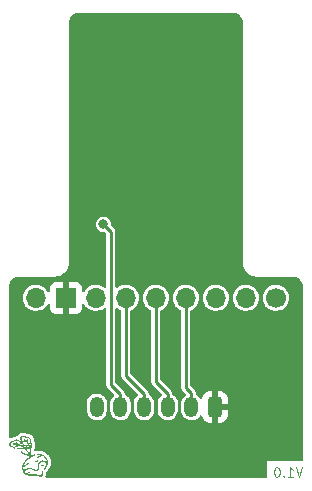
<source format=gbr>
%TF.GenerationSoftware,KiCad,Pcbnew,7.0.1*%
%TF.CreationDate,2023-05-06T15:32:37-03:00*%
%TF.ProjectId,Analog_Control,416e616c-6f67-45f4-936f-6e74726f6c2e,rev?*%
%TF.SameCoordinates,Original*%
%TF.FileFunction,Copper,L2,Bot*%
%TF.FilePolarity,Positive*%
%FSLAX46Y46*%
G04 Gerber Fmt 4.6, Leading zero omitted, Abs format (unit mm)*
G04 Created by KiCad (PCBNEW 7.0.1) date 2023-05-06 15:32:37*
%MOMM*%
%LPD*%
G01*
G04 APERTURE LIST*
G04 Aperture macros list*
%AMRoundRect*
0 Rectangle with rounded corners*
0 $1 Rounding radius*
0 $2 $3 $4 $5 $6 $7 $8 $9 X,Y pos of 4 corners*
0 Add a 4 corners polygon primitive as box body*
4,1,4,$2,$3,$4,$5,$6,$7,$8,$9,$2,$3,0*
0 Add four circle primitives for the rounded corners*
1,1,$1+$1,$2,$3*
1,1,$1+$1,$4,$5*
1,1,$1+$1,$6,$7*
1,1,$1+$1,$8,$9*
0 Add four rect primitives between the rounded corners*
20,1,$1+$1,$2,$3,$4,$5,0*
20,1,$1+$1,$4,$5,$6,$7,0*
20,1,$1+$1,$6,$7,$8,$9,0*
20,1,$1+$1,$8,$9,$2,$3,0*%
G04 Aperture macros list end*
%ADD10C,0.100000*%
%TA.AperFunction,NonConductor*%
%ADD11C,0.100000*%
%TD*%
%TA.AperFunction,ComponentPad*%
%ADD12O,1.200000X1.750000*%
%TD*%
%TA.AperFunction,ComponentPad*%
%ADD13RoundRect,0.300000X-0.300000X-0.575000X0.300000X-0.575000X0.300000X0.575000X-0.300000X0.575000X0*%
%TD*%
%TA.AperFunction,ComponentPad*%
%ADD14C,1.700000*%
%TD*%
%TA.AperFunction,ComponentPad*%
%ADD15O,1.700000X1.700000*%
%TD*%
%TA.AperFunction,ComponentPad*%
%ADD16R,1.700000X1.700000*%
%TD*%
%TA.AperFunction,ViaPad*%
%ADD17C,0.800000*%
%TD*%
%TA.AperFunction,Conductor*%
%ADD18C,0.250000*%
%TD*%
G04 APERTURE END LIST*
D10*
D11*
X166039809Y-119752095D02*
X165773142Y-120552095D01*
X165773142Y-120552095D02*
X165506476Y-119752095D01*
X164820762Y-120552095D02*
X165277905Y-120552095D01*
X165049333Y-120552095D02*
X165049333Y-119752095D01*
X165049333Y-119752095D02*
X165125524Y-119866380D01*
X165125524Y-119866380D02*
X165201714Y-119942571D01*
X165201714Y-119942571D02*
X165277905Y-119980666D01*
X164477904Y-120475904D02*
X164439809Y-120514000D01*
X164439809Y-120514000D02*
X164477904Y-120552095D01*
X164477904Y-120552095D02*
X164516000Y-120514000D01*
X164516000Y-120514000D02*
X164477904Y-120475904D01*
X164477904Y-120475904D02*
X164477904Y-120552095D01*
X163944571Y-119752095D02*
X163868381Y-119752095D01*
X163868381Y-119752095D02*
X163792190Y-119790190D01*
X163792190Y-119790190D02*
X163754095Y-119828285D01*
X163754095Y-119828285D02*
X163716000Y-119904476D01*
X163716000Y-119904476D02*
X163677905Y-120056857D01*
X163677905Y-120056857D02*
X163677905Y-120247333D01*
X163677905Y-120247333D02*
X163716000Y-120399714D01*
X163716000Y-120399714D02*
X163754095Y-120475904D01*
X163754095Y-120475904D02*
X163792190Y-120514000D01*
X163792190Y-120514000D02*
X163868381Y-120552095D01*
X163868381Y-120552095D02*
X163944571Y-120552095D01*
X163944571Y-120552095D02*
X164020762Y-120514000D01*
X164020762Y-120514000D02*
X164058857Y-120475904D01*
X164058857Y-120475904D02*
X164096952Y-120399714D01*
X164096952Y-120399714D02*
X164135048Y-120247333D01*
X164135048Y-120247333D02*
X164135048Y-120056857D01*
X164135048Y-120056857D02*
X164096952Y-119904476D01*
X164096952Y-119904476D02*
X164058857Y-119828285D01*
X164058857Y-119828285D02*
X164020762Y-119790190D01*
X164020762Y-119790190D02*
X163944571Y-119752095D01*
%TA.AperFunction,EtchedComponent*%
%TO.C,G\u002A\u002A\u002A*%
G36*
X144129808Y-119518599D02*
G01*
X144148904Y-119525157D01*
X144165709Y-119541219D01*
X144176108Y-119562906D01*
X144177363Y-119575274D01*
X144172323Y-119591017D01*
X144158444Y-119607360D01*
X144134418Y-119625739D01*
X144098937Y-119647589D01*
X144081925Y-119657079D01*
X144056239Y-119670130D01*
X144035511Y-119679123D01*
X144023091Y-119682514D01*
X144004034Y-119677407D01*
X143987633Y-119662603D01*
X143977310Y-119642061D01*
X143975021Y-119619788D01*
X143982719Y-119599788D01*
X143983805Y-119598506D01*
X143996383Y-119588184D01*
X144017134Y-119574474D01*
X144042790Y-119559191D01*
X144070083Y-119544147D01*
X144095743Y-119531157D01*
X144116501Y-119522033D01*
X144129090Y-119518589D01*
X144129808Y-119518599D01*
G37*
%TD.AperFunction*%
%TA.AperFunction,EtchedComponent*%
G36*
X143675868Y-119161522D02*
G01*
X143692225Y-119176099D01*
X143700612Y-119196466D01*
X143699623Y-119219128D01*
X143687857Y-119240591D01*
X143678405Y-119248242D01*
X143659391Y-119260963D01*
X143633883Y-119276678D01*
X143604719Y-119293577D01*
X143576414Y-119308831D01*
X143549818Y-119321895D01*
X143529073Y-119330735D01*
X143517142Y-119333985D01*
X143505628Y-119331462D01*
X143487652Y-119319558D01*
X143473574Y-119302000D01*
X143467883Y-119283400D01*
X143472376Y-119266509D01*
X143483267Y-119249609D01*
X143487704Y-119245338D01*
X143505609Y-119231799D01*
X143530595Y-119215722D01*
X143559582Y-119198792D01*
X143589493Y-119182693D01*
X143617248Y-119169108D01*
X143639771Y-119159723D01*
X143653982Y-119156220D01*
X143675868Y-119161522D01*
G37*
%TD.AperFunction*%
%TA.AperFunction,EtchedComponent*%
G36*
X143216361Y-117889531D02*
G01*
X143214983Y-117939062D01*
X143201157Y-117997464D01*
X143176224Y-118052280D01*
X143141246Y-118101004D01*
X143097287Y-118141130D01*
X143078804Y-118154578D01*
X143089151Y-118202438D01*
X143098724Y-118254716D01*
X143107998Y-118326495D01*
X143114730Y-118404707D01*
X143118741Y-118485507D01*
X143119626Y-118548984D01*
X143119850Y-118565047D01*
X143117877Y-118639483D01*
X143112644Y-118704969D01*
X143112116Y-118709625D01*
X143109813Y-118733736D01*
X143108836Y-118751363D01*
X143109396Y-118758967D01*
X143111247Y-118758964D01*
X143122917Y-118755223D01*
X143142648Y-118747307D01*
X143167493Y-118736363D01*
X143189987Y-118726306D01*
X143286091Y-118688015D01*
X143380482Y-118657635D01*
X143392357Y-118654347D01*
X143415358Y-118648646D01*
X143430613Y-118646702D01*
X143441939Y-118648280D01*
X143453153Y-118653144D01*
X143466023Y-118661314D01*
X143478100Y-118677787D01*
X143481557Y-118702109D01*
X143477962Y-118718402D01*
X143465084Y-118733327D01*
X143441447Y-118746514D01*
X143405596Y-118759055D01*
X143387769Y-118764487D01*
X143284797Y-118801126D01*
X143179859Y-118846756D01*
X143077545Y-118899235D01*
X142982446Y-118956423D01*
X142888955Y-119022297D01*
X142789651Y-119104771D01*
X142701938Y-119192401D01*
X142626169Y-119284753D01*
X142562692Y-119381393D01*
X142511859Y-119481889D01*
X142474020Y-119585806D01*
X142463230Y-119622257D01*
X142488666Y-119607182D01*
X142541528Y-119575990D01*
X142613663Y-119533904D01*
X142679503Y-119496072D01*
X142738284Y-119462913D01*
X142789245Y-119434845D01*
X142831621Y-119412285D01*
X142864651Y-119395654D01*
X142887571Y-119385368D01*
X142899617Y-119381846D01*
X142908459Y-119382585D01*
X142929881Y-119392018D01*
X142943757Y-119409728D01*
X142948253Y-119432433D01*
X142941533Y-119456848D01*
X142940691Y-119457863D01*
X142930451Y-119465643D01*
X142909992Y-119479151D01*
X142880633Y-119497580D01*
X142843689Y-119520124D01*
X142800478Y-119545977D01*
X142752317Y-119574332D01*
X142700524Y-119604383D01*
X142686374Y-119612541D01*
X142635292Y-119642096D01*
X142588064Y-119669580D01*
X142546026Y-119694206D01*
X142510513Y-119715186D01*
X142482860Y-119731733D01*
X142464402Y-119743058D01*
X142456474Y-119748374D01*
X142454057Y-119751882D01*
X142449811Y-119768607D01*
X142447926Y-119794381D01*
X142448402Y-119826068D01*
X142451241Y-119860530D01*
X142456442Y-119894632D01*
X142456585Y-119895365D01*
X142462513Y-119922074D01*
X142469990Y-119950795D01*
X142478073Y-119978464D01*
X142485816Y-120002019D01*
X142492276Y-120018398D01*
X142496508Y-120024538D01*
X142496716Y-120024509D01*
X142503934Y-120019311D01*
X142517574Y-120006884D01*
X142534870Y-119989739D01*
X142537343Y-119987217D01*
X142601857Y-119930933D01*
X142674381Y-119884899D01*
X142755399Y-119848898D01*
X142845396Y-119822713D01*
X142944857Y-119806128D01*
X142957379Y-119804842D01*
X142995101Y-119802873D01*
X143032912Y-119804231D01*
X143072538Y-119809328D01*
X143115706Y-119818582D01*
X143164143Y-119832405D01*
X143219573Y-119851212D01*
X143283725Y-119875419D01*
X143358323Y-119905440D01*
X143361892Y-119906907D01*
X143403713Y-119923819D01*
X143435920Y-119936057D01*
X143461203Y-119944423D01*
X143482253Y-119949718D01*
X143501760Y-119952742D01*
X143522414Y-119954297D01*
X143546652Y-119955058D01*
X143567871Y-119953823D01*
X143584332Y-119949434D01*
X143600889Y-119941073D01*
X143613809Y-119932312D01*
X143641578Y-119905869D01*
X143665190Y-119873805D01*
X143680376Y-119841472D01*
X143681946Y-119833794D01*
X143684461Y-119811922D01*
X143686963Y-119779732D01*
X143689320Y-119739264D01*
X143691404Y-119692560D01*
X143693083Y-119641658D01*
X143694124Y-119605059D01*
X143695680Y-119558027D01*
X143697320Y-119521366D01*
X143699231Y-119493064D01*
X143701599Y-119471112D01*
X143704609Y-119453497D01*
X143708449Y-119438209D01*
X143713303Y-119423238D01*
X143724283Y-119395161D01*
X143753245Y-119342053D01*
X143791104Y-119296526D01*
X143839361Y-119256952D01*
X143899520Y-119221705D01*
X143965393Y-119195256D01*
X144035795Y-119180850D01*
X144107599Y-119179597D01*
X144180095Y-119191380D01*
X144252571Y-119216080D01*
X144324317Y-119253581D01*
X144394622Y-119303763D01*
X144395713Y-119304651D01*
X144414413Y-119319463D01*
X144428587Y-119329984D01*
X144435243Y-119333986D01*
X144436721Y-119332941D01*
X144438920Y-119322196D01*
X144439158Y-119302317D01*
X144437661Y-119276411D01*
X144434657Y-119247586D01*
X144430370Y-119218948D01*
X144425028Y-119193606D01*
X144419965Y-119175258D01*
X144390020Y-119097093D01*
X144348028Y-119022368D01*
X144295234Y-118952566D01*
X144232882Y-118889172D01*
X144162217Y-118833671D01*
X144084485Y-118787545D01*
X144054976Y-118772602D01*
X143871262Y-118878947D01*
X143851315Y-118890438D01*
X143806380Y-118915915D01*
X143765308Y-118938647D01*
X143729683Y-118957792D01*
X143701086Y-118972508D01*
X143681099Y-118981956D01*
X143671306Y-118985292D01*
X143670569Y-118985281D01*
X143651204Y-118979002D01*
X143633242Y-118964034D01*
X143621827Y-118944610D01*
X143619851Y-118935619D01*
X143620830Y-118924554D01*
X143626852Y-118913109D01*
X143639092Y-118900281D01*
X143658723Y-118885070D01*
X143686922Y-118866474D01*
X143724861Y-118843492D01*
X143773717Y-118815123D01*
X143797740Y-118801272D01*
X143834496Y-118779815D01*
X143865970Y-118761110D01*
X143890509Y-118746158D01*
X143906459Y-118735956D01*
X143912169Y-118731502D01*
X143911914Y-118730875D01*
X143903191Y-118727490D01*
X143884003Y-118723860D01*
X143857012Y-118720264D01*
X143824880Y-118716982D01*
X143790269Y-118714292D01*
X143755839Y-118712474D01*
X143724254Y-118711806D01*
X143700506Y-118711659D01*
X143676410Y-118710675D01*
X143660568Y-118708271D01*
X143649809Y-118703881D01*
X143640962Y-118696940D01*
X143634667Y-118689634D01*
X143625862Y-118667258D01*
X143627194Y-118643282D01*
X143638812Y-118622923D01*
X143641938Y-118620031D01*
X143649632Y-118615226D01*
X143660736Y-118612092D01*
X143677816Y-118610281D01*
X143703437Y-118609449D01*
X143740164Y-118609249D01*
X143835856Y-118613872D01*
X143941304Y-118630397D01*
X144041088Y-118658517D01*
X144134512Y-118697821D01*
X144220879Y-118747897D01*
X144299494Y-118808333D01*
X144369660Y-118878719D01*
X144430680Y-118958642D01*
X144481859Y-119047691D01*
X144488554Y-119061673D01*
X144519870Y-119142807D01*
X144538280Y-119224309D01*
X144543741Y-119306736D01*
X144536210Y-119390643D01*
X144515645Y-119476587D01*
X144482003Y-119565126D01*
X144435242Y-119656816D01*
X144434455Y-119658189D01*
X144419965Y-119682538D01*
X144399816Y-119715197D01*
X144375808Y-119753308D01*
X144349740Y-119794014D01*
X144323410Y-119834456D01*
X144322839Y-119835326D01*
X144292090Y-119881441D01*
X144267194Y-119916784D01*
X144247004Y-119942303D01*
X144230371Y-119958944D01*
X144216147Y-119967655D01*
X144203184Y-119969381D01*
X144190334Y-119965071D01*
X144176450Y-119955670D01*
X144175471Y-119954892D01*
X144164375Y-119943868D01*
X144158547Y-119931550D01*
X144158474Y-119916328D01*
X144164647Y-119896596D01*
X144177554Y-119870745D01*
X144197685Y-119837167D01*
X144225527Y-119794255D01*
X144241597Y-119769880D01*
X144285889Y-119701288D01*
X144322481Y-119642163D01*
X144351943Y-119591538D01*
X144374844Y-119548445D01*
X144391754Y-119511916D01*
X144412644Y-119462196D01*
X144379550Y-119428339D01*
X144378210Y-119426979D01*
X144348717Y-119400535D01*
X144312105Y-119372514D01*
X144272549Y-119345752D01*
X144234223Y-119323080D01*
X144201301Y-119307334D01*
X144166532Y-119295730D01*
X144103175Y-119284659D01*
X144040564Y-119286060D01*
X143980433Y-119299643D01*
X143924521Y-119325115D01*
X143874563Y-119362185D01*
X143855090Y-119381655D01*
X143836567Y-119405178D01*
X143822203Y-119431238D01*
X143811519Y-119461681D01*
X143804034Y-119498355D01*
X143799266Y-119543104D01*
X143796737Y-119597775D01*
X143795965Y-119664215D01*
X143795685Y-119708311D01*
X143794288Y-119760679D01*
X143791422Y-119803284D01*
X143786756Y-119838402D01*
X143779961Y-119868308D01*
X143770706Y-119895276D01*
X143758664Y-119921583D01*
X143741572Y-119948986D01*
X143710999Y-119984567D01*
X143674883Y-120016353D01*
X143637530Y-120040130D01*
X143631506Y-120043069D01*
X143598661Y-120055698D01*
X143564555Y-120062430D01*
X143527458Y-120063053D01*
X143485643Y-120057351D01*
X143437378Y-120045112D01*
X143380934Y-120026120D01*
X143314583Y-120000162D01*
X143287493Y-119989059D01*
X143233656Y-119967229D01*
X143189622Y-119949965D01*
X143153448Y-119936739D01*
X143123193Y-119927021D01*
X143096914Y-119920283D01*
X143072667Y-119915995D01*
X143048512Y-119913630D01*
X143022504Y-119912659D01*
X142992701Y-119912552D01*
X142991211Y-119912560D01*
X142946291Y-119913486D01*
X142910567Y-119916028D01*
X142879735Y-119920643D01*
X142849490Y-119927791D01*
X142805378Y-119941702D01*
X142736811Y-119971158D01*
X142674578Y-120007705D01*
X142621037Y-120049877D01*
X142578545Y-120096208D01*
X142549970Y-120134055D01*
X142569030Y-120163052D01*
X142580301Y-120178158D01*
X142597542Y-120198390D01*
X142617776Y-120220393D01*
X142638624Y-120241737D01*
X142657707Y-120259992D01*
X142672647Y-120272727D01*
X142681064Y-120277512D01*
X142686003Y-120275441D01*
X142701546Y-120267369D01*
X142725917Y-120254070D01*
X142757447Y-120236466D01*
X142794469Y-120215484D01*
X142835312Y-120192048D01*
X142857817Y-120179158D01*
X142900894Y-120155090D01*
X142938278Y-120135027D01*
X142968469Y-120119740D01*
X142989969Y-120110001D01*
X143001277Y-120106584D01*
X143006675Y-120106892D01*
X143027801Y-120114999D01*
X143042692Y-120131369D01*
X143049897Y-120152318D01*
X143047961Y-120174161D01*
X143035434Y-120193215D01*
X143025299Y-120200547D01*
X143005175Y-120213448D01*
X142977432Y-120230417D01*
X142944259Y-120250115D01*
X142907850Y-120271202D01*
X142795649Y-120335381D01*
X142825241Y-120343949D01*
X142854251Y-120351300D01*
X142893290Y-120358123D01*
X142937572Y-120362499D01*
X142989170Y-120364555D01*
X143050157Y-120364420D01*
X143122607Y-120362221D01*
X143157610Y-120360869D01*
X143266280Y-120357589D01*
X143363106Y-120356162D01*
X143447746Y-120356584D01*
X143519859Y-120358850D01*
X143579103Y-120362956D01*
X143625137Y-120368897D01*
X143700894Y-120383906D01*
X143832365Y-120419369D01*
X143955030Y-120465247D01*
X143960924Y-120467009D01*
X143965809Y-120463041D01*
X143966995Y-120448322D01*
X143967919Y-120432524D01*
X143972581Y-120399526D01*
X143980494Y-120358543D01*
X143990892Y-120312554D01*
X144003012Y-120264540D01*
X144016087Y-120217479D01*
X144029352Y-120174350D01*
X144042044Y-120138135D01*
X144053396Y-120111811D01*
X144065008Y-120097474D01*
X144085113Y-120088048D01*
X144107594Y-120088026D01*
X144128411Y-120097241D01*
X144143522Y-120115526D01*
X144144044Y-120116634D01*
X144147336Y-120126181D01*
X144147891Y-120137209D01*
X144145243Y-120152566D01*
X144138927Y-120175103D01*
X144128478Y-120207668D01*
X144123555Y-120222762D01*
X144106837Y-120276919D01*
X144094190Y-120323978D01*
X144084522Y-120368303D01*
X144076741Y-120414255D01*
X144076562Y-120415451D01*
X144072288Y-120443906D01*
X144068367Y-120469761D01*
X144065626Y-120487553D01*
X144063509Y-120496331D01*
X144050235Y-120522252D01*
X144029374Y-120545743D01*
X144004938Y-120561893D01*
X143988402Y-120567689D01*
X143966924Y-120570392D01*
X143942082Y-120567598D01*
X143911014Y-120558927D01*
X143870857Y-120543995D01*
X143814478Y-120523294D01*
X143716255Y-120494749D01*
X143608045Y-120472083D01*
X143604657Y-120471501D01*
X143572167Y-120466982D01*
X143534198Y-120463545D01*
X143489584Y-120461172D01*
X143437158Y-120459845D01*
X143375755Y-120459547D01*
X143304210Y-120460259D01*
X143221355Y-120461963D01*
X143126026Y-120464641D01*
X143116114Y-120464942D01*
X143045721Y-120466605D01*
X142986581Y-120466895D01*
X142936590Y-120465607D01*
X142893643Y-120462540D01*
X142855635Y-120457490D01*
X142820463Y-120450255D01*
X142786021Y-120440631D01*
X142750205Y-120428416D01*
X142733718Y-120422079D01*
X142658253Y-120384349D01*
X142588679Y-120334806D01*
X142526108Y-120274350D01*
X142471653Y-120203875D01*
X142459616Y-120185236D01*
X142411355Y-120095870D01*
X142375958Y-120002904D01*
X142353371Y-119907032D01*
X142343540Y-119808954D01*
X142346409Y-119709364D01*
X142361924Y-119608960D01*
X142390030Y-119508439D01*
X142430673Y-119408497D01*
X142483798Y-119309831D01*
X142549350Y-119213138D01*
X142580087Y-119174495D01*
X142635010Y-119112918D01*
X142696861Y-119050726D01*
X142762337Y-118991029D01*
X142828136Y-118936935D01*
X142890957Y-118891552D01*
X142908717Y-118879092D01*
X142922479Y-118868026D01*
X142927749Y-118861780D01*
X142923049Y-118855398D01*
X142908535Y-118843862D01*
X142886717Y-118829128D01*
X142860154Y-118812766D01*
X142831408Y-118796348D01*
X142803039Y-118781447D01*
X142777607Y-118769633D01*
X142759138Y-118762318D01*
X142723634Y-118749664D01*
X142684190Y-118736842D01*
X142646438Y-118725737D01*
X142642074Y-118724526D01*
X142553193Y-118694172D01*
X142469603Y-118654874D01*
X142393232Y-118607814D01*
X142326010Y-118554172D01*
X142269866Y-118495130D01*
X142263743Y-118487576D01*
X142236334Y-118452292D01*
X142217687Y-118424625D01*
X142207126Y-118402757D01*
X142203973Y-118384872D01*
X142207550Y-118369151D01*
X142217182Y-118353778D01*
X142231624Y-118340792D01*
X142253479Y-118335763D01*
X142267238Y-118336811D01*
X142282635Y-118342891D01*
X142296967Y-118356571D01*
X142313537Y-118380301D01*
X142338000Y-118413668D01*
X142370858Y-118450800D01*
X142407676Y-118486792D01*
X142444517Y-118517516D01*
X142483799Y-118544528D01*
X142555968Y-118582747D01*
X142637279Y-118612496D01*
X142642128Y-118613947D01*
X142706705Y-118633862D01*
X142760037Y-118651589D01*
X142804095Y-118667851D01*
X142840847Y-118683374D01*
X142872266Y-118698882D01*
X142880933Y-118703453D01*
X142902880Y-118714345D01*
X142918833Y-118721258D01*
X142925814Y-118722857D01*
X142925267Y-118718221D01*
X142919325Y-118703308D01*
X142908495Y-118680340D01*
X142893907Y-118651455D01*
X142876692Y-118618788D01*
X142857979Y-118584474D01*
X142838900Y-118550650D01*
X142820585Y-118519453D01*
X142804164Y-118493017D01*
X142784172Y-118463140D01*
X142723099Y-118381261D01*
X142653600Y-118299556D01*
X142578865Y-118221636D01*
X142502087Y-118151113D01*
X142476399Y-118129146D01*
X142449951Y-118153039D01*
X142408701Y-118184608D01*
X142353774Y-118212664D01*
X142295558Y-118228983D01*
X142235980Y-118233263D01*
X142176966Y-118225204D01*
X142120442Y-118204504D01*
X142116904Y-118202753D01*
X142093445Y-118191754D01*
X142078090Y-118186495D01*
X142067399Y-118186176D01*
X142057934Y-118190001D01*
X142054661Y-118191734D01*
X142034335Y-118200381D01*
X142007883Y-118209600D01*
X141980004Y-118217960D01*
X141955394Y-118224027D01*
X141938750Y-118226368D01*
X141927362Y-118224224D01*
X141908531Y-118212342D01*
X141894199Y-118193866D01*
X141888502Y-118173174D01*
X141888808Y-118167992D01*
X141898042Y-118146556D01*
X141919760Y-118129567D01*
X141953455Y-118117460D01*
X141974415Y-118110823D01*
X142003243Y-118098930D01*
X142030875Y-118085135D01*
X142046545Y-118076749D01*
X142070288Y-118067069D01*
X142089482Y-118065845D01*
X142108335Y-118073259D01*
X142131055Y-118089494D01*
X142142474Y-118097526D01*
X142175990Y-118114357D01*
X142213202Y-118126183D01*
X142247452Y-118130648D01*
X142258910Y-118130077D01*
X142296154Y-118122361D01*
X142333067Y-118107530D01*
X142363074Y-118088009D01*
X142388930Y-118065658D01*
X142323764Y-118028091D01*
X142528865Y-118028091D01*
X142531907Y-118037863D01*
X142546500Y-118053757D01*
X142572886Y-118075951D01*
X142604083Y-118101792D01*
X142660638Y-118154354D01*
X142718947Y-118214976D01*
X142776529Y-118280895D01*
X142830901Y-118349347D01*
X142879584Y-118417568D01*
X142881750Y-118420819D01*
X142899708Y-118448786D01*
X142919423Y-118480951D01*
X142939616Y-118515055D01*
X142959007Y-118548836D01*
X142976316Y-118580035D01*
X142990263Y-118606389D01*
X142999570Y-118625640D01*
X143002957Y-118635526D01*
X143003331Y-118638100D01*
X143009794Y-118643434D01*
X143010578Y-118642921D01*
X143013007Y-118633116D01*
X143014797Y-118612635D01*
X143015952Y-118583812D01*
X143016472Y-118548984D01*
X143016359Y-118510487D01*
X143015614Y-118470656D01*
X143014240Y-118431830D01*
X143012237Y-118396342D01*
X143009608Y-118366530D01*
X143009140Y-118362448D01*
X143004164Y-118324616D01*
X142997976Y-118284255D01*
X142991804Y-118249438D01*
X142980912Y-118193880D01*
X142938844Y-118197257D01*
X142886382Y-118196099D01*
X142829536Y-118182835D01*
X142776123Y-118158055D01*
X142728026Y-118122896D01*
X142687125Y-118078493D01*
X142655301Y-118025983D01*
X142649886Y-118014675D01*
X142639978Y-117996517D01*
X142629998Y-117985662D01*
X142615930Y-117978566D01*
X142593757Y-117971685D01*
X142573800Y-117966132D01*
X142555487Y-117961499D01*
X142546054Y-117959720D01*
X142544276Y-117960756D01*
X142539732Y-117971041D01*
X142536257Y-117988777D01*
X142535415Y-117995185D01*
X142532088Y-118015071D01*
X142528865Y-118028091D01*
X142323764Y-118028091D01*
X142321610Y-118026849D01*
X142302263Y-118015916D01*
X142266381Y-117996496D01*
X142231408Y-117978473D01*
X142202748Y-117964672D01*
X142184359Y-117956477D01*
X142163375Y-117948353D01*
X142146344Y-117944666D01*
X142128219Y-117944514D01*
X142103952Y-117946993D01*
X142093306Y-117948374D01*
X142025304Y-117961063D01*
X141953413Y-117980310D01*
X141883560Y-118004569D01*
X141865423Y-118011620D01*
X141838507Y-118021329D01*
X141819766Y-118026141D01*
X141806285Y-118026329D01*
X141795151Y-118022164D01*
X141783449Y-118013921D01*
X141769447Y-117995543D01*
X141765196Y-117971278D01*
X141772224Y-117946133D01*
X141775478Y-117942934D01*
X141789580Y-117934308D01*
X141811620Y-117923127D01*
X141838449Y-117910765D01*
X141866920Y-117898596D01*
X141893888Y-117887992D01*
X141916203Y-117880327D01*
X141930719Y-117876974D01*
X141934935Y-117876114D01*
X141931661Y-117873558D01*
X141917906Y-117869809D01*
X141895559Y-117865181D01*
X141866509Y-117859986D01*
X141832644Y-117854539D01*
X141795854Y-117849152D01*
X141758026Y-117844140D01*
X141721049Y-117839816D01*
X141686813Y-117836492D01*
X141684228Y-117836273D01*
X141647009Y-117832798D01*
X141620765Y-117829421D01*
X141602963Y-117825608D01*
X141591068Y-117820825D01*
X141582546Y-117814540D01*
X141575714Y-117806767D01*
X141567541Y-117785897D01*
X141570152Y-117764603D01*
X141582042Y-117745794D01*
X141601711Y-117732375D01*
X141627655Y-117727257D01*
X141627858Y-117727257D01*
X141652812Y-117728255D01*
X141687385Y-117730931D01*
X141727725Y-117734879D01*
X141769980Y-117739689D01*
X141810296Y-117744953D01*
X141844823Y-117750263D01*
X141859923Y-117752738D01*
X141879148Y-117754972D01*
X141886809Y-117753558D01*
X141882775Y-117747812D01*
X141866913Y-117737049D01*
X141839091Y-117720586D01*
X141838762Y-117720395D01*
X141807532Y-117699535D01*
X141789025Y-117679986D01*
X141782516Y-117660625D01*
X141787281Y-117640331D01*
X141797538Y-117625692D01*
X141814065Y-117611765D01*
X141824513Y-117606762D01*
X141837567Y-117605573D01*
X141855088Y-117611302D01*
X141867351Y-117616891D01*
X141902496Y-117636822D01*
X141942340Y-117663660D01*
X141983810Y-117695011D01*
X142023834Y-117728483D01*
X142059340Y-117761680D01*
X142087257Y-117792209D01*
X142093367Y-117798567D01*
X142111629Y-117811523D01*
X142139623Y-117825858D01*
X142179115Y-117842542D01*
X142198094Y-117850328D01*
X142243182Y-117870340D01*
X142291153Y-117893303D01*
X142338096Y-117917251D01*
X142380100Y-117940219D01*
X142413253Y-117960240D01*
X142435474Y-117974737D01*
X142435474Y-117933458D01*
X142434992Y-117912819D01*
X142431838Y-117895081D01*
X142423713Y-117879787D01*
X142408332Y-117860820D01*
X142397660Y-117848103D01*
X142377347Y-117822383D01*
X142360288Y-117799080D01*
X142346269Y-117781158D01*
X142328747Y-117767676D01*
X142304143Y-117758234D01*
X142292806Y-117755257D01*
X142263473Y-117749893D01*
X142237263Y-117747768D01*
X142228456Y-117747460D01*
X142207834Y-117744434D01*
X142194344Y-117739222D01*
X142191631Y-117736511D01*
X142181829Y-117722631D01*
X142169125Y-117701132D01*
X142155569Y-117675390D01*
X142140168Y-117647393D01*
X142101081Y-117595300D01*
X142053710Y-117554085D01*
X141997978Y-117523686D01*
X141933806Y-117504044D01*
X141890230Y-117498076D01*
X141827743Y-117500833D01*
X141765434Y-117517181D01*
X141741060Y-117527010D01*
X141706250Y-117545303D01*
X141673961Y-117568968D01*
X141639421Y-117601187D01*
X141601170Y-117639744D01*
X141553730Y-117634980D01*
X141541423Y-117634077D01*
X141492508Y-117637561D01*
X141449378Y-117651962D01*
X141413411Y-117676125D01*
X141385984Y-117708894D01*
X141368474Y-117749113D01*
X141362259Y-117795628D01*
X141366491Y-117835459D01*
X141382162Y-117877193D01*
X141408256Y-117911612D01*
X141443576Y-117937588D01*
X141486922Y-117953999D01*
X141537096Y-117959720D01*
X141582684Y-117959720D01*
X141638164Y-118016185D01*
X141657461Y-118035445D01*
X141682223Y-118059177D01*
X141703886Y-118078906D01*
X141719283Y-118091685D01*
X141733796Y-118103822D01*
X141742662Y-118117307D01*
X141744922Y-118134358D01*
X141744761Y-118138858D01*
X141737417Y-118162882D01*
X141720945Y-118179279D01*
X141697841Y-118185345D01*
X141695283Y-118185209D01*
X141675238Y-118179103D01*
X141649327Y-118165375D01*
X141620563Y-118146020D01*
X141591960Y-118123033D01*
X141566529Y-118098409D01*
X141549647Y-118081052D01*
X141535251Y-118070497D01*
X141518834Y-118065002D01*
X141494908Y-118061758D01*
X141463088Y-118056408D01*
X141409816Y-118037521D01*
X141362491Y-118008091D01*
X141322385Y-117969753D01*
X141290772Y-117924141D01*
X141268928Y-117872890D01*
X141258127Y-117817634D01*
X141259642Y-117760008D01*
X141265196Y-117731849D01*
X141285781Y-117677255D01*
X141317490Y-117628135D01*
X141358732Y-117586688D01*
X141407917Y-117555112D01*
X141418199Y-117550209D01*
X141445431Y-117539605D01*
X141473091Y-117533533D01*
X141507773Y-117530360D01*
X141526112Y-117529221D01*
X141548322Y-117526796D01*
X141563703Y-117522474D01*
X141576532Y-117514820D01*
X141591086Y-117502397D01*
X141642243Y-117462671D01*
X141705757Y-117428259D01*
X141773073Y-117405583D01*
X141842593Y-117394611D01*
X141912718Y-117395310D01*
X141981851Y-117407648D01*
X142048393Y-117431592D01*
X142110745Y-117467109D01*
X142167310Y-117514167D01*
X142173879Y-117520875D01*
X142198252Y-117548373D01*
X142220746Y-117577274D01*
X142237197Y-117602325D01*
X142246899Y-117618910D01*
X142258344Y-117635003D01*
X142268306Y-117642859D01*
X142279281Y-117645007D01*
X142283126Y-117645030D01*
X142291279Y-117643888D01*
X142295054Y-117638499D01*
X142295512Y-117625737D01*
X142293714Y-117602479D01*
X142291792Y-117584567D01*
X142287124Y-117564629D01*
X142277979Y-117548155D01*
X142261668Y-117528979D01*
X142225060Y-117482504D01*
X142199190Y-117432138D01*
X142185722Y-117378629D01*
X142184515Y-117337539D01*
X142288910Y-117337539D01*
X142289169Y-117351454D01*
X142292730Y-117382129D01*
X142301730Y-117408599D01*
X142317769Y-117433626D01*
X142342445Y-117459976D01*
X142377358Y-117490411D01*
X142386493Y-117498514D01*
X142393830Y-117509051D01*
X142396512Y-117523286D01*
X142396213Y-117546176D01*
X142396082Y-117570148D01*
X142404552Y-117634709D01*
X142425243Y-117696083D01*
X142457256Y-117752061D01*
X142499693Y-117800435D01*
X142543987Y-117835624D01*
X142595330Y-117862593D01*
X142651988Y-117878555D01*
X142679691Y-117884179D01*
X142703103Y-117891642D01*
X142718373Y-117901871D01*
X142728500Y-117917022D01*
X142736483Y-117939249D01*
X142752710Y-117983100D01*
X142776377Y-118022728D01*
X142806879Y-118052756D01*
X142845703Y-118075036D01*
X142864270Y-118082316D01*
X142892668Y-118090472D01*
X142917647Y-118094364D01*
X142936166Y-118093601D01*
X142945179Y-118087792D01*
X142945424Y-118083483D01*
X142942332Y-118067568D01*
X142935414Y-118044205D01*
X142925600Y-118016763D01*
X142875787Y-117903900D01*
X142809772Y-117785725D01*
X142731021Y-117670962D01*
X142717138Y-117652465D01*
X142699535Y-117629907D01*
X142685424Y-117615551D01*
X142671598Y-117607926D01*
X142654846Y-117605558D01*
X142631960Y-117606974D01*
X142599732Y-117610703D01*
X142572070Y-117612842D01*
X142540522Y-117610649D01*
X142519391Y-117601502D01*
X142507543Y-117584800D01*
X142503845Y-117559945D01*
X142503888Y-117557988D01*
X142511175Y-117536045D01*
X142529693Y-117519483D01*
X142557618Y-117510000D01*
X142587461Y-117504986D01*
X142535398Y-117455841D01*
X142528160Y-117448925D01*
X142502298Y-117421743D01*
X142487156Y-117399826D01*
X142482139Y-117381357D01*
X142486657Y-117364516D01*
X142500116Y-117347484D01*
X142509234Y-117339339D01*
X142521666Y-117332479D01*
X142535148Y-117331367D01*
X142551028Y-117336739D01*
X142570657Y-117349333D01*
X142595382Y-117369885D01*
X142626553Y-117399132D01*
X142665518Y-117437810D01*
X142698465Y-117470934D01*
X142723298Y-117495231D01*
X142740231Y-117510140D01*
X142750162Y-117515795D01*
X142753993Y-117512328D01*
X142752623Y-117499874D01*
X142746952Y-117478565D01*
X142737882Y-117448536D01*
X142734097Y-117434222D01*
X142731647Y-117403762D01*
X142739674Y-117381390D01*
X142758356Y-117366399D01*
X142761128Y-117365136D01*
X142785822Y-117360399D01*
X142807333Y-117368496D01*
X142825443Y-117388957D01*
X142839935Y-117421311D01*
X142850591Y-117465087D01*
X142857193Y-117519816D01*
X142859523Y-117585026D01*
X142859670Y-117669141D01*
X142890425Y-117716619D01*
X142901626Y-117734536D01*
X142927665Y-117779823D01*
X142955094Y-117831565D01*
X142981721Y-117885403D01*
X143005357Y-117936980D01*
X143023810Y-117981940D01*
X143029470Y-117996523D01*
X143039325Y-118019771D01*
X143047262Y-118035795D01*
X143051949Y-118041765D01*
X143052547Y-118041714D01*
X143061603Y-118035054D01*
X143073636Y-118019673D01*
X143086433Y-117999096D01*
X143097782Y-117976851D01*
X143105469Y-117956464D01*
X143110384Y-117927496D01*
X143110588Y-117889531D01*
X143105356Y-117852494D01*
X143095147Y-117822376D01*
X143093543Y-117819458D01*
X143081402Y-117801814D01*
X143063508Y-117779597D01*
X143043120Y-117756906D01*
X143036377Y-117749700D01*
X143019323Y-117730131D01*
X143007460Y-117714483D01*
X143003031Y-117705628D01*
X143003442Y-117701716D01*
X143006780Y-117686078D01*
X143012363Y-117665722D01*
X143020779Y-117631488D01*
X143026676Y-117566977D01*
X143019821Y-117504108D01*
X143000633Y-117444476D01*
X142969534Y-117389678D01*
X142926943Y-117341309D01*
X142898287Y-117317084D01*
X142849784Y-117286597D01*
X142797638Y-117267142D01*
X142739575Y-117257974D01*
X142673319Y-117258348D01*
X142606393Y-117262957D01*
X142575680Y-117232679D01*
X142551301Y-117210756D01*
X142520412Y-117190928D01*
X142487758Y-117180395D01*
X142449148Y-117177323D01*
X142419531Y-117179646D01*
X142375990Y-117192816D01*
X142339860Y-117216487D01*
X142312439Y-117249362D01*
X142295023Y-117290146D01*
X142288910Y-117337539D01*
X142184515Y-117337539D01*
X142184006Y-117320227D01*
X142187906Y-117288624D01*
X142203938Y-117234919D01*
X142230087Y-117187534D01*
X142264745Y-117147209D01*
X142306304Y-117114679D01*
X142353155Y-117090684D01*
X142403690Y-117075961D01*
X142456302Y-117071249D01*
X142509380Y-117077284D01*
X142561318Y-117094805D01*
X142610508Y-117124549D01*
X142645380Y-117151178D01*
X142726739Y-117154679D01*
X142771304Y-117157709D01*
X142819410Y-117165030D01*
X142861714Y-117177456D01*
X142902474Y-117196312D01*
X142945946Y-117222924D01*
X142986975Y-117254351D01*
X143036984Y-117306281D01*
X143077257Y-117365601D01*
X143107025Y-117430519D01*
X143125519Y-117499244D01*
X143131968Y-117569984D01*
X143125603Y-117640949D01*
X143118343Y-117680222D01*
X143143460Y-117708024D01*
X143161377Y-117731068D01*
X143185425Y-117773026D01*
X143204129Y-117819232D01*
X143214920Y-117864077D01*
X143216638Y-117879578D01*
X143216361Y-117889531D01*
G37*
%TD.AperFunction*%
%TD*%
D12*
%TO.P,J1,1,Pin_1*%
%TO.N,VCC*%
X148670000Y-114644000D03*
%TO.P,J1,2,Pin_2*%
%TO.N,FLEX*%
X150670000Y-114644000D03*
%TO.P,J1,3,Pin_3*%
%TO.N,X_AXIS*%
X152670000Y-114644000D03*
%TO.P,J1,4,Pin_4*%
%TO.N,Y_AXIS*%
X154670000Y-114644000D03*
%TO.P,J1,5,Pin_5*%
%TO.N,Z_AXIS*%
X156670000Y-114644000D03*
D13*
%TO.P,J1,6,Pin_6*%
%TO.N,GND*%
X158670000Y-114644000D03*
%TD*%
D14*
%TO.P,J2,1,Pin_1*%
%TO.N,unconnected-(J2-Pin_1-Pad1)*%
X163830000Y-105410000D03*
D15*
%TO.P,J2,2,Pin_2*%
%TO.N,unconnected-(J2-Pin_2-Pad2)*%
X161290000Y-105410000D03*
%TO.P,J2,3,Pin_3*%
%TO.N,unconnected-(J2-Pin_3-Pad3)*%
X158750000Y-105410000D03*
%TO.P,J2,4,Pin_4*%
%TO.N,Z_AXIS*%
X156210000Y-105410000D03*
%TO.P,J2,5,Pin_5*%
%TO.N,Y_AXIS*%
X153670000Y-105410000D03*
%TO.P,J2,6,Pin_6*%
%TO.N,X_AXIS*%
X151130000Y-105410000D03*
%TO.P,J2,7,Pin_7*%
%TO.N,unconnected-(J2-Pin_7-Pad7)*%
X148590000Y-105410000D03*
D16*
%TO.P,J2,8,Pin_8*%
%TO.N,GND*%
X146050000Y-105410000D03*
D15*
%TO.P,J2,9,Pin_9*%
%TO.N,+5V*%
X143510000Y-105410000D03*
%TD*%
D17*
%TO.N,GND*%
X157480000Y-91643200D03*
X160375600Y-102565200D03*
X151130000Y-99263200D03*
X153670000Y-99263200D03*
X156210000Y-99263200D03*
X160020000Y-82296000D03*
X141986000Y-104394000D03*
X144678400Y-107188000D03*
X165354000Y-104394000D03*
X147320000Y-82296000D03*
X163144200Y-109728000D03*
%TO.N,FLEX*%
X149225000Y-99187000D03*
%TD*%
D18*
%TO.N,X_AXIS*%
X152670000Y-113554000D02*
X152670000Y-114644000D01*
X151130000Y-105410000D02*
X151130000Y-112014000D01*
X151130000Y-112014000D02*
X152670000Y-113554000D01*
%TO.N,Y_AXIS*%
X153670000Y-112522000D02*
X154670000Y-113522000D01*
X154670000Y-113522000D02*
X154670000Y-114644000D01*
X153670000Y-105410000D02*
X153670000Y-112522000D01*
%TO.N,Z_AXIS*%
X156210000Y-105410000D02*
X156210000Y-113030000D01*
X156670000Y-113490000D02*
X156670000Y-114644000D01*
X156210000Y-113030000D02*
X156670000Y-113490000D01*
%TO.N,FLEX*%
X149860000Y-112776000D02*
X149860000Y-99822000D01*
X150670000Y-114644000D02*
X150670000Y-113586000D01*
X149860000Y-99822000D02*
X149225000Y-99187000D01*
X150670000Y-113586000D02*
X149860000Y-112776000D01*
%TD*%
%TA.AperFunction,Conductor*%
%TO.N,GND*%
G36*
X160280162Y-81281106D02*
G01*
X160410217Y-81293916D01*
X160434429Y-81298732D01*
X160553540Y-81334864D01*
X160576355Y-81344315D01*
X160686124Y-81402987D01*
X160706655Y-81416704D01*
X160802869Y-81495665D01*
X160820333Y-81513129D01*
X160899293Y-81609342D01*
X160913012Y-81629875D01*
X160971684Y-81739644D01*
X160981136Y-81762462D01*
X161017265Y-81881561D01*
X161022084Y-81905788D01*
X161034893Y-82035837D01*
X161035500Y-82048187D01*
X161035500Y-92430933D01*
X161035500Y-102317125D01*
X161035500Y-102362000D01*
X161035500Y-102461991D01*
X161066784Y-102659510D01*
X161066785Y-102659512D01*
X161128579Y-102849700D01*
X161219371Y-103027889D01*
X161336919Y-103189678D01*
X161478321Y-103331080D01*
X161640110Y-103448628D01*
X161818299Y-103539420D01*
X161866718Y-103555152D01*
X162008490Y-103601216D01*
X162206009Y-103632500D01*
X162280933Y-103632500D01*
X162306000Y-103632500D01*
X162350875Y-103632500D01*
X165309125Y-103632500D01*
X165347813Y-103632500D01*
X165360162Y-103633106D01*
X165490217Y-103645916D01*
X165514429Y-103650732D01*
X165633540Y-103686864D01*
X165656355Y-103696315D01*
X165766124Y-103754987D01*
X165786655Y-103768704D01*
X165882869Y-103847665D01*
X165900333Y-103865129D01*
X165979293Y-103961342D01*
X165993012Y-103981875D01*
X166051684Y-104091644D01*
X166061136Y-104114462D01*
X166097265Y-104233561D01*
X166102084Y-104257788D01*
X166114893Y-104387837D01*
X166115500Y-104400187D01*
X166115500Y-119105214D01*
X166098619Y-119168214D01*
X166052500Y-119214333D01*
X165989500Y-119231214D01*
X163066738Y-119231214D01*
X163066738Y-120523500D01*
X163049857Y-120586500D01*
X163003738Y-120632619D01*
X162940738Y-120649500D01*
X144449734Y-120649500D01*
X144390995Y-120634971D01*
X144345803Y-120594734D01*
X144324579Y-120538070D01*
X144322574Y-120520847D01*
X144323201Y-120487077D01*
X144325506Y-120472123D01*
X144325553Y-120471235D01*
X144328310Y-120453063D01*
X144328632Y-120451049D01*
X144333966Y-120419551D01*
X144335064Y-120413875D01*
X144340922Y-120387023D01*
X144342318Y-120381288D01*
X144350795Y-120349745D01*
X144352081Y-120345290D01*
X144362645Y-120311067D01*
X144364119Y-120306289D01*
X144364526Y-120305000D01*
X144370519Y-120286324D01*
X144370632Y-120285970D01*
X144372242Y-120281035D01*
X144376273Y-120271301D01*
X144382075Y-120250595D01*
X144383419Y-120246120D01*
X144383781Y-120244991D01*
X144391924Y-120226977D01*
X144392351Y-120224079D01*
X144394323Y-120210662D01*
X144396983Y-120198167D01*
X144397054Y-120197251D01*
X144397641Y-120195075D01*
X144397662Y-120194980D01*
X144397810Y-120194449D01*
X144409275Y-120152009D01*
X144437181Y-120114366D01*
X144440257Y-120111525D01*
X144440258Y-120111522D01*
X144441867Y-120110036D01*
X144446252Y-120102205D01*
X144446714Y-120101513D01*
X144456900Y-120089405D01*
X144469159Y-120072001D01*
X144473364Y-120066371D01*
X144482335Y-120055034D01*
X144482336Y-120055030D01*
X144484005Y-120052922D01*
X144486714Y-120048304D01*
X144489923Y-120043490D01*
X144489928Y-120043486D01*
X144501149Y-120026654D01*
X144502922Y-120024069D01*
X144514588Y-120007510D01*
X144514590Y-120007504D01*
X144518244Y-120002318D01*
X144520437Y-119998278D01*
X144523011Y-119994323D01*
X144523014Y-119994321D01*
X144535234Y-119975549D01*
X144535873Y-119974580D01*
X144544722Y-119961310D01*
X144545192Y-119960726D01*
X144546497Y-119958689D01*
X144547781Y-119956723D01*
X144554253Y-119947017D01*
X144555475Y-119944704D01*
X144555999Y-119943906D01*
X144556148Y-119943615D01*
X144563410Y-119932274D01*
X144563662Y-119931884D01*
X144571568Y-119919742D01*
X144572465Y-119918607D01*
X144576652Y-119911960D01*
X144577686Y-119910346D01*
X144582127Y-119903526D01*
X144582805Y-119902193D01*
X144590372Y-119890180D01*
X144590849Y-119889430D01*
X144592411Y-119886990D01*
X144596827Y-119880093D01*
X144598242Y-119878275D01*
X144603246Y-119870162D01*
X144603250Y-119870159D01*
X144615580Y-119850170D01*
X144616098Y-119849341D01*
X144619317Y-119844232D01*
X144622028Y-119840650D01*
X144625847Y-119834231D01*
X144625850Y-119834229D01*
X144635572Y-119817890D01*
X144638852Y-119813366D01*
X144642052Y-119807783D01*
X144649732Y-119796415D01*
X144650567Y-119794776D01*
X144650572Y-119794771D01*
X144656157Y-119783818D01*
X144660093Y-119776685D01*
X144665978Y-119766798D01*
X144665980Y-119766791D01*
X144668023Y-119763359D01*
X144674731Y-119747399D01*
X144701119Y-119695656D01*
X144706574Y-119686028D01*
X144711004Y-119678955D01*
X144712568Y-119674837D01*
X144718102Y-119662355D01*
X144720110Y-119658420D01*
X144722377Y-119650391D01*
X144725851Y-119639879D01*
X144748952Y-119579082D01*
X144752254Y-119571207D01*
X144757324Y-119560192D01*
X144757468Y-119559587D01*
X144762232Y-119544134D01*
X144762454Y-119543551D01*
X144764465Y-119531594D01*
X144766175Y-119523197D01*
X144767441Y-119517909D01*
X144781464Y-119459299D01*
X144783119Y-119453093D01*
X144787450Y-119438361D01*
X144787450Y-119438354D01*
X144787889Y-119436863D01*
X144789495Y-119427049D01*
X144789554Y-119425494D01*
X144789556Y-119425490D01*
X144790147Y-119410134D01*
X144790558Y-119403726D01*
X144796531Y-119337178D01*
X144797094Y-119332080D01*
X144797593Y-119328269D01*
X144799341Y-119314924D01*
X144799340Y-119314921D01*
X144799735Y-119311911D01*
X144799786Y-119307540D01*
X144799462Y-119304525D01*
X144799463Y-119304521D01*
X144797607Y-119287227D01*
X144797171Y-119282195D01*
X144792729Y-119215140D01*
X144792498Y-119210110D01*
X144792049Y-119192685D01*
X144792047Y-119192680D01*
X144791968Y-119189580D01*
X144791373Y-119185477D01*
X144790566Y-119182475D01*
X144790566Y-119182472D01*
X144786045Y-119165652D01*
X144784843Y-119160789D01*
X144770211Y-119096009D01*
X144768984Y-119089866D01*
X144766324Y-119074550D01*
X144766322Y-119074545D01*
X144766037Y-119072904D01*
X144763268Y-119063799D01*
X144760834Y-119058327D01*
X144756275Y-119048077D01*
X144753865Y-119042273D01*
X144734078Y-118991008D01*
X144729556Y-118976853D01*
X144728922Y-118974370D01*
X144724526Y-118965190D01*
X144720631Y-118956168D01*
X144716956Y-118946645D01*
X144716952Y-118946639D01*
X144716204Y-118944700D01*
X144715004Y-118942613D01*
X144715003Y-118942608D01*
X144709624Y-118933250D01*
X144705238Y-118924907D01*
X144700576Y-118915170D01*
X144700575Y-118915169D01*
X144700574Y-118915166D01*
X144699393Y-118913590D01*
X144690996Y-118900837D01*
X144675874Y-118874526D01*
X144657582Y-118842699D01*
X144653688Y-118835374D01*
X144648175Y-118824126D01*
X144648047Y-118823959D01*
X144638945Y-118810270D01*
X144638844Y-118810095D01*
X144638843Y-118810093D01*
X144630591Y-118800646D01*
X144625356Y-118794239D01*
X144579386Y-118734028D01*
X144574677Y-118727427D01*
X144567584Y-118716776D01*
X144556742Y-118704364D01*
X144547147Y-118695908D01*
X144541218Y-118690332D01*
X144488437Y-118637385D01*
X144482866Y-118631423D01*
X144478123Y-118626005D01*
X144474479Y-118621842D01*
X144474471Y-118621835D01*
X144462045Y-118610910D01*
X144462039Y-118610904D01*
X144456042Y-118606884D01*
X144451458Y-118603811D01*
X144444837Y-118599055D01*
X144386000Y-118553822D01*
X144379559Y-118548522D01*
X144370220Y-118540301D01*
X144370218Y-118540299D01*
X144370216Y-118540298D01*
X144369945Y-118540141D01*
X144356359Y-118531036D01*
X144356115Y-118530848D01*
X144344967Y-118525338D01*
X144337599Y-118521387D01*
X144273552Y-118484252D01*
X144266175Y-118479627D01*
X144256307Y-118472954D01*
X144255531Y-118472628D01*
X144241210Y-118465501D01*
X144240481Y-118465078D01*
X144229208Y-118461228D01*
X144221094Y-118458140D01*
X144152533Y-118429296D01*
X144144244Y-118425448D01*
X144134246Y-118420356D01*
X144132757Y-118419937D01*
X144118098Y-118414810D01*
X144116674Y-118414211D01*
X144116672Y-118414210D01*
X144116671Y-118414210D01*
X144105682Y-118411960D01*
X144096780Y-118409798D01*
X144024463Y-118389419D01*
X144015227Y-118386427D01*
X144005470Y-118382846D01*
X144003135Y-118382480D01*
X143988480Y-118379278D01*
X143986211Y-118378638D01*
X143975851Y-118377825D01*
X143966210Y-118376693D01*
X143892026Y-118365067D01*
X143881028Y-118362837D01*
X143873179Y-118360878D01*
X143870883Y-118360767D01*
X143868497Y-118360651D01*
X143855098Y-118359281D01*
X143850491Y-118358559D01*
X143842398Y-118358890D01*
X143831181Y-118358848D01*
X143779603Y-118356357D01*
X143765051Y-118354608D01*
X143748987Y-118354696D01*
X143742225Y-118354551D01*
X143725088Y-118353723D01*
X143718419Y-118354327D01*
X143715504Y-118354422D01*
X143706691Y-118353174D01*
X143692728Y-118354276D01*
X143679316Y-118354196D01*
X143664819Y-118355732D01*
X143655644Y-118356366D01*
X143640705Y-118356852D01*
X143613962Y-118359506D01*
X143606870Y-118359287D01*
X143589206Y-118365974D01*
X143570195Y-118370152D01*
X143548056Y-118377250D01*
X143540735Y-118378413D01*
X143502401Y-118390854D01*
X143444157Y-118381532D01*
X143396538Y-118346723D01*
X143369980Y-118294055D01*
X143370302Y-118235071D01*
X143370766Y-118233189D01*
X143390790Y-118189812D01*
X143397507Y-118180469D01*
X143397510Y-118180461D01*
X143397551Y-118180405D01*
X143397580Y-118180340D01*
X143397585Y-118180334D01*
X143407994Y-118157411D01*
X143432670Y-118103163D01*
X143443037Y-118080486D01*
X143443037Y-118080485D01*
X143443137Y-118080267D01*
X143443193Y-118080024D01*
X143443197Y-118080018D01*
X143445554Y-118069974D01*
X143446790Y-118067239D01*
X143451860Y-118044994D01*
X143451863Y-118044992D01*
X143462841Y-117996832D01*
X143462938Y-117996415D01*
X143468412Y-117973299D01*
X143468412Y-117973291D01*
X143468657Y-117972258D01*
X143469339Y-117947765D01*
X143469372Y-117946723D01*
X143470094Y-117926717D01*
X143472434Y-117906686D01*
X143475847Y-117889531D01*
X143474326Y-117881886D01*
X143473477Y-117871834D01*
X143470209Y-117852620D01*
X143468524Y-117836505D01*
X143468222Y-117828908D01*
X143467961Y-117827825D01*
X143465231Y-117812224D01*
X143465110Y-117811128D01*
X143463509Y-117806073D01*
X143459411Y-117789154D01*
X143456243Y-117770532D01*
X143451754Y-117759119D01*
X143449069Y-117745028D01*
X143446530Y-117737111D01*
X143439017Y-117720837D01*
X143436623Y-117715307D01*
X143425650Y-117688202D01*
X143423001Y-117681042D01*
X143418556Y-117667811D01*
X143412161Y-117654657D01*
X143408254Y-117648706D01*
X143391124Y-117609224D01*
X143389465Y-117584174D01*
X143388826Y-117584233D01*
X143388548Y-117581197D01*
X143388544Y-117575715D01*
X143385340Y-117545857D01*
X143385142Y-117543854D01*
X143379387Y-117480736D01*
X143379152Y-117477771D01*
X143377790Y-117457316D01*
X143377789Y-117457312D01*
X143377581Y-117454187D01*
X143376692Y-117451178D01*
X143376692Y-117451175D01*
X143370882Y-117431508D01*
X143370064Y-117428609D01*
X143354224Y-117369748D01*
X143353339Y-117366254D01*
X143348812Y-117347225D01*
X143348810Y-117347222D01*
X143347940Y-117343562D01*
X143346268Y-117340181D01*
X143346268Y-117340179D01*
X143337634Y-117322718D01*
X143336048Y-117319389D01*
X143310955Y-117264666D01*
X143309439Y-117261225D01*
X143300399Y-117239849D01*
X143286763Y-117221001D01*
X143284626Y-117217952D01*
X143250364Y-117167486D01*
X143248550Y-117164737D01*
X143235870Y-117144962D01*
X143219166Y-117128504D01*
X143216888Y-117126200D01*
X143176325Y-117084079D01*
X143172443Y-117079858D01*
X143160145Y-117065859D01*
X143154758Y-117061049D01*
X143139480Y-117050419D01*
X143134824Y-117047019D01*
X143126522Y-117040660D01*
X143114610Y-117031535D01*
X143105752Y-117024079D01*
X143100201Y-117018953D01*
X143095760Y-117016234D01*
X143084938Y-117008807D01*
X143080800Y-117005638D01*
X143074029Y-117002306D01*
X143063880Y-116996718D01*
X143048393Y-116987238D01*
X143039979Y-116981611D01*
X143032076Y-116975853D01*
X143029372Y-116974602D01*
X143016510Y-116967721D01*
X143013970Y-116966166D01*
X143013968Y-116966165D01*
X143013966Y-116966164D01*
X143004792Y-116962784D01*
X142995454Y-116958911D01*
X142976999Y-116950374D01*
X142971488Y-116947660D01*
X142955859Y-116939483D01*
X142947607Y-116936382D01*
X142930480Y-116932246D01*
X142924547Y-116930659D01*
X142902392Y-116924151D01*
X142895014Y-116921735D01*
X142882185Y-116917090D01*
X142867389Y-116913807D01*
X142853809Y-116912591D01*
X142846101Y-116911660D01*
X142830906Y-116909348D01*
X142816959Y-116906411D01*
X142813577Y-116905496D01*
X142804350Y-116904868D01*
X142793963Y-116903727D01*
X142778792Y-116901419D01*
X142775153Y-116901065D01*
X142775112Y-116902025D01*
X142764225Y-116901556D01*
X142756173Y-116899219D01*
X142751578Y-116898773D01*
X142750688Y-116898556D01*
X142750899Y-116897689D01*
X142706854Y-116884911D01*
X142691794Y-116876254D01*
X142689394Y-116874839D01*
X142669120Y-116862580D01*
X142659482Y-116859329D01*
X142654425Y-116856475D01*
X142624256Y-116846824D01*
X142619741Y-116845285D01*
X142583002Y-116831979D01*
X142575112Y-116830866D01*
X142565055Y-116827474D01*
X142558985Y-116826784D01*
X142556752Y-116826078D01*
X142525806Y-116822751D01*
X142523071Y-116822426D01*
X142471834Y-116815780D01*
X142466047Y-116816216D01*
X142459357Y-116815455D01*
X142434833Y-116817651D01*
X142434066Y-116817718D01*
X142396726Y-116820830D01*
X142384720Y-116821831D01*
X142384719Y-116821831D01*
X142361365Y-116823778D01*
X142359328Y-116824366D01*
X142356295Y-116824631D01*
X142346615Y-116827474D01*
X142332347Y-116831664D01*
X142332184Y-116831711D01*
X142332089Y-116831739D01*
X142283134Y-116846002D01*
X142282347Y-116846229D01*
X142258645Y-116852967D01*
X142236637Y-116864419D01*
X142235916Y-116864791D01*
X142191257Y-116887664D01*
X142190638Y-116887979D01*
X142168533Y-116899146D01*
X142151826Y-116912373D01*
X142151318Y-116912773D01*
X142107104Y-116947407D01*
X142107072Y-116947432D01*
X142088101Y-116962282D01*
X142085174Y-116965688D01*
X142082413Y-116967874D01*
X142036666Y-117022118D01*
X142035908Y-117023008D01*
X142019956Y-117041570D01*
X142015972Y-117048789D01*
X142011824Y-117053798D01*
X142001417Y-117073475D01*
X141954512Y-117122818D01*
X141888784Y-117140557D01*
X141850797Y-117140179D01*
X141847040Y-117140085D01*
X141823842Y-117139161D01*
X141801023Y-117143464D01*
X141797321Y-117144105D01*
X141738633Y-117153367D01*
X141735148Y-117153867D01*
X141712015Y-117156857D01*
X141690070Y-117164939D01*
X141686754Y-117166107D01*
X141628999Y-117185562D01*
X141626043Y-117186518D01*
X141603519Y-117193491D01*
X141583117Y-117205207D01*
X141580397Y-117206724D01*
X141526462Y-117235945D01*
X141522828Y-117237838D01*
X141502197Y-117248162D01*
X141495581Y-117253654D01*
X141441983Y-117279801D01*
X141441612Y-117279882D01*
X141426230Y-117282257D01*
X141424939Y-117282375D01*
X141413935Y-117285629D01*
X141405221Y-117287870D01*
X141398501Y-117289345D01*
X141393432Y-117290349D01*
X141372444Y-117294061D01*
X141317936Y-117291706D01*
X141269534Y-117266530D01*
X141236312Y-117223252D01*
X141224500Y-117169987D01*
X141224500Y-114965336D01*
X147815500Y-114965336D01*
X147830556Y-115103774D01*
X147889902Y-115279909D01*
X147961041Y-115398143D01*
X147985727Y-115439171D01*
X148108046Y-115568302D01*
X148113547Y-115574109D01*
X148267383Y-115678412D01*
X148267384Y-115678412D01*
X148267385Y-115678413D01*
X148440049Y-115747209D01*
X148531757Y-115762243D01*
X148623464Y-115777278D01*
X148623464Y-115777277D01*
X148623465Y-115777278D01*
X148809058Y-115767216D01*
X148988148Y-115717492D01*
X149152362Y-115630431D01*
X149294021Y-115510105D01*
X149406502Y-115362139D01*
X149484545Y-115193452D01*
X149524500Y-115011933D01*
X149524500Y-114322668D01*
X149509443Y-114184225D01*
X149450097Y-114008090D01*
X149371016Y-113876657D01*
X149354273Y-113848829D01*
X149226454Y-113713892D01*
X149226453Y-113713891D01*
X149226452Y-113713890D01*
X149072616Y-113609587D01*
X148899949Y-113540790D01*
X148716535Y-113510721D01*
X148530941Y-113520784D01*
X148351853Y-113570507D01*
X148187636Y-113657569D01*
X148045979Y-113777893D01*
X147933498Y-113925860D01*
X147855454Y-114094551D01*
X147815500Y-114276066D01*
X147815500Y-114965336D01*
X141224500Y-114965336D01*
X141224500Y-105410000D01*
X142400767Y-105410000D01*
X142419654Y-105613819D01*
X142475672Y-105810702D01*
X142566910Y-105993933D01*
X142619500Y-106063573D01*
X142690268Y-106157285D01*
X142841538Y-106295186D01*
X142958127Y-106367375D01*
X142975503Y-106378134D01*
X143015573Y-106402944D01*
X143206444Y-106476888D01*
X143407653Y-106514500D01*
X143612345Y-106514500D01*
X143612347Y-106514500D01*
X143813556Y-106476888D01*
X144004427Y-106402944D01*
X144178462Y-106295186D01*
X144329732Y-106157285D01*
X144453088Y-105993935D01*
X144453089Y-105993933D01*
X144461210Y-105977625D01*
X144505702Y-105927904D01*
X144569344Y-105907874D01*
X144634293Y-105923150D01*
X144682335Y-105969449D01*
X144700000Y-106033788D01*
X144700000Y-106307828D01*
X144706402Y-106367375D01*
X144756646Y-106502088D01*
X144842810Y-106617189D01*
X144957911Y-106703353D01*
X145092624Y-106753597D01*
X145152172Y-106760000D01*
X145800000Y-106760000D01*
X146300000Y-106760000D01*
X146947828Y-106760000D01*
X147007375Y-106753597D01*
X147142088Y-106703353D01*
X147257189Y-106617189D01*
X147343353Y-106502088D01*
X147393597Y-106367375D01*
X147400000Y-106307828D01*
X147400000Y-106033788D01*
X147417665Y-105969449D01*
X147465707Y-105923150D01*
X147530656Y-105907874D01*
X147594298Y-105927904D01*
X147638790Y-105977625D01*
X147646910Y-105993933D01*
X147699500Y-106063573D01*
X147770268Y-106157285D01*
X147921538Y-106295186D01*
X148038127Y-106367375D01*
X148055503Y-106378134D01*
X148095573Y-106402944D01*
X148286444Y-106476888D01*
X148487653Y-106514500D01*
X148692345Y-106514500D01*
X148692347Y-106514500D01*
X148893556Y-106476888D01*
X149084427Y-106402944D01*
X149258462Y-106295186D01*
X149269615Y-106285018D01*
X149320018Y-106256944D01*
X149377652Y-106254279D01*
X149430432Y-106277584D01*
X149467291Y-106321971D01*
X149480500Y-106378134D01*
X149480500Y-112723574D01*
X149477818Y-112749432D01*
X149475580Y-112760100D01*
X149479532Y-112791796D01*
X149480500Y-112807382D01*
X149480500Y-112807448D01*
X149483955Y-112828159D01*
X149484705Y-112833304D01*
X149492241Y-112893751D01*
X149492276Y-112893861D01*
X149521255Y-112947410D01*
X149523638Y-112952039D01*
X149550406Y-113006793D01*
X149550461Y-113006866D01*
X149595284Y-113048130D01*
X149599041Y-113051735D01*
X150100313Y-113553007D01*
X150133763Y-113612798D01*
X150130981Y-113681254D01*
X150092789Y-113738134D01*
X150045979Y-113777894D01*
X149933498Y-113925860D01*
X149855454Y-114094551D01*
X149815500Y-114276066D01*
X149815500Y-114965336D01*
X149830556Y-115103774D01*
X149889902Y-115279909D01*
X149961041Y-115398143D01*
X149985727Y-115439171D01*
X150108046Y-115568302D01*
X150113547Y-115574109D01*
X150267383Y-115678412D01*
X150267384Y-115678412D01*
X150267385Y-115678413D01*
X150440049Y-115747209D01*
X150531757Y-115762243D01*
X150623464Y-115777278D01*
X150623464Y-115777277D01*
X150623465Y-115777278D01*
X150809058Y-115767216D01*
X150988148Y-115717492D01*
X151152362Y-115630431D01*
X151294021Y-115510105D01*
X151406502Y-115362139D01*
X151484545Y-115193452D01*
X151524500Y-115011933D01*
X151524500Y-114322668D01*
X151509443Y-114184225D01*
X151450097Y-114008090D01*
X151371016Y-113876657D01*
X151354273Y-113848829D01*
X151287079Y-113777893D01*
X151226454Y-113713891D01*
X151101590Y-113629232D01*
X151066234Y-113592958D01*
X151048020Y-113545691D01*
X151046036Y-113533804D01*
X151045302Y-113528768D01*
X151038752Y-113476217D01*
X151038750Y-113476212D01*
X151037755Y-113468230D01*
X151037730Y-113468150D01*
X151008734Y-113414568D01*
X151006351Y-113409939D01*
X150979592Y-113355203D01*
X150979545Y-113355140D01*
X150973619Y-113349685D01*
X150973619Y-113349684D01*
X150934713Y-113313868D01*
X150930957Y-113310263D01*
X150276405Y-112655711D01*
X150249091Y-112614834D01*
X150239500Y-112566616D01*
X150239500Y-106378134D01*
X150252709Y-106321971D01*
X150289568Y-106277584D01*
X150342348Y-106254279D01*
X150399982Y-106256944D01*
X150450384Y-106285018D01*
X150461538Y-106295186D01*
X150534509Y-106340368D01*
X150635570Y-106402943D01*
X150635573Y-106402944D01*
X150670017Y-106416287D01*
X150712213Y-106443322D01*
X150740534Y-106484666D01*
X150750500Y-106533779D01*
X150750500Y-111961574D01*
X150747818Y-111987432D01*
X150745580Y-111998100D01*
X150749532Y-112029796D01*
X150750500Y-112045382D01*
X150750500Y-112045448D01*
X150753955Y-112066159D01*
X150754705Y-112071304D01*
X150762241Y-112131751D01*
X150762276Y-112131861D01*
X150791255Y-112185410D01*
X150793638Y-112190039D01*
X150820406Y-112244793D01*
X150820461Y-112244866D01*
X150865284Y-112286130D01*
X150869041Y-112289735D01*
X152117616Y-113538310D01*
X152151066Y-113598102D01*
X152148284Y-113666558D01*
X152110091Y-113723438D01*
X152045979Y-113777894D01*
X151933498Y-113925860D01*
X151855454Y-114094551D01*
X151815500Y-114276066D01*
X151815500Y-114965336D01*
X151830556Y-115103774D01*
X151889902Y-115279909D01*
X151961041Y-115398143D01*
X151985727Y-115439171D01*
X152108046Y-115568302D01*
X152113547Y-115574109D01*
X152267383Y-115678412D01*
X152267384Y-115678412D01*
X152267385Y-115678413D01*
X152440049Y-115747209D01*
X152531757Y-115762243D01*
X152623464Y-115777278D01*
X152623464Y-115777277D01*
X152623465Y-115777278D01*
X152809058Y-115767216D01*
X152988148Y-115717492D01*
X153152362Y-115630431D01*
X153294021Y-115510105D01*
X153406502Y-115362139D01*
X153484545Y-115193452D01*
X153524500Y-115011933D01*
X153524500Y-114322668D01*
X153509443Y-114184225D01*
X153450097Y-114008090D01*
X153371016Y-113876657D01*
X153354273Y-113848829D01*
X153226454Y-113713892D01*
X153226453Y-113713891D01*
X153226452Y-113713890D01*
X153105403Y-113631817D01*
X153068660Y-113593332D01*
X153051080Y-113543112D01*
X153050468Y-113538202D01*
X153049500Y-113522618D01*
X153049500Y-113522558D01*
X153047525Y-113510722D01*
X153046040Y-113501823D01*
X153045294Y-113496700D01*
X153044528Y-113490558D01*
X153038752Y-113444218D01*
X153038751Y-113444217D01*
X153037756Y-113436228D01*
X153037732Y-113436155D01*
X153033900Y-113429074D01*
X153033900Y-113429073D01*
X153008746Y-113382593D01*
X153006362Y-113377961D01*
X152979593Y-113323204D01*
X152979545Y-113323140D01*
X152973619Y-113317685D01*
X152973619Y-113317684D01*
X152938858Y-113285684D01*
X152934713Y-113281868D01*
X152930957Y-113278263D01*
X151546405Y-111893711D01*
X151519091Y-111852834D01*
X151509500Y-111804616D01*
X151509500Y-106533779D01*
X151519466Y-106484666D01*
X151547787Y-106443322D01*
X151589982Y-106416287D01*
X151624427Y-106402944D01*
X151798462Y-106295186D01*
X151949732Y-106157285D01*
X152073088Y-105993935D01*
X152164328Y-105810701D01*
X152220345Y-105613821D01*
X152239232Y-105410000D01*
X152239232Y-105409999D01*
X152560767Y-105409999D01*
X152579654Y-105613819D01*
X152635672Y-105810702D01*
X152726910Y-105993933D01*
X152779500Y-106063573D01*
X152850268Y-106157285D01*
X153001538Y-106295186D01*
X153074509Y-106340368D01*
X153175570Y-106402943D01*
X153175573Y-106402944D01*
X153210017Y-106416287D01*
X153252213Y-106443322D01*
X153280534Y-106484666D01*
X153290500Y-106533779D01*
X153290500Y-112469574D01*
X153287818Y-112495432D01*
X153285580Y-112506100D01*
X153289532Y-112537796D01*
X153290500Y-112553382D01*
X153290500Y-112553448D01*
X153293955Y-112574159D01*
X153294705Y-112579304D01*
X153302241Y-112639751D01*
X153302276Y-112639861D01*
X153331255Y-112693410D01*
X153333638Y-112698039D01*
X153360406Y-112752793D01*
X153360461Y-112752866D01*
X153405284Y-112794130D01*
X153409041Y-112797735D01*
X154134918Y-113523612D01*
X154168368Y-113583403D01*
X154165586Y-113651859D01*
X154127394Y-113708739D01*
X154045980Y-113777893D01*
X153933498Y-113925860D01*
X153855454Y-114094551D01*
X153815500Y-114276066D01*
X153815500Y-114965336D01*
X153830556Y-115103774D01*
X153889902Y-115279909D01*
X153961041Y-115398143D01*
X153985727Y-115439171D01*
X154108046Y-115568302D01*
X154113547Y-115574109D01*
X154267383Y-115678412D01*
X154267384Y-115678412D01*
X154267385Y-115678413D01*
X154440049Y-115747209D01*
X154531757Y-115762243D01*
X154623464Y-115777278D01*
X154623464Y-115777277D01*
X154623465Y-115777278D01*
X154809058Y-115767216D01*
X154988148Y-115717492D01*
X155152362Y-115630431D01*
X155294021Y-115510105D01*
X155406502Y-115362139D01*
X155484545Y-115193452D01*
X155524500Y-115011933D01*
X155524500Y-114322668D01*
X155509443Y-114184225D01*
X155450097Y-114008090D01*
X155371016Y-113876657D01*
X155354273Y-113848829D01*
X155226454Y-113713892D01*
X155226453Y-113713891D01*
X155226452Y-113713890D01*
X155109760Y-113634771D01*
X155073018Y-113596286D01*
X155055437Y-113546067D01*
X155050468Y-113506203D01*
X155049500Y-113490618D01*
X155049500Y-113490558D01*
X155049500Y-113490557D01*
X155046040Y-113469823D01*
X155045294Y-113464700D01*
X155037756Y-113404228D01*
X155037732Y-113404155D01*
X155033900Y-113397074D01*
X155033900Y-113397073D01*
X155008746Y-113350593D01*
X155006362Y-113345961D01*
X154979593Y-113291204D01*
X154979545Y-113291140D01*
X154973619Y-113285685D01*
X154973619Y-113285684D01*
X154934713Y-113249868D01*
X154930957Y-113246263D01*
X154086405Y-112401711D01*
X154059091Y-112360834D01*
X154049500Y-112312616D01*
X154049500Y-106533779D01*
X154059466Y-106484666D01*
X154087787Y-106443322D01*
X154129982Y-106416287D01*
X154164427Y-106402944D01*
X154338462Y-106295186D01*
X154489732Y-106157285D01*
X154613088Y-105993935D01*
X154704328Y-105810701D01*
X154760345Y-105613821D01*
X154779232Y-105410000D01*
X154779232Y-105409999D01*
X155100767Y-105409999D01*
X155119654Y-105613819D01*
X155175672Y-105810702D01*
X155266910Y-105993933D01*
X155319500Y-106063573D01*
X155390268Y-106157285D01*
X155541538Y-106295186D01*
X155614509Y-106340368D01*
X155715570Y-106402943D01*
X155715573Y-106402944D01*
X155750017Y-106416287D01*
X155792213Y-106443322D01*
X155820534Y-106484666D01*
X155830500Y-106533779D01*
X155830500Y-112977574D01*
X155827818Y-113003432D01*
X155825580Y-113014100D01*
X155829532Y-113045796D01*
X155830500Y-113061382D01*
X155830500Y-113061448D01*
X155833955Y-113082159D01*
X155834705Y-113087304D01*
X155842241Y-113147751D01*
X155842276Y-113147861D01*
X155871255Y-113201410D01*
X155873638Y-113206039D01*
X155900406Y-113260793D01*
X155900461Y-113260866D01*
X155945284Y-113302130D01*
X155949041Y-113305735D01*
X156152221Y-113508915D01*
X156185671Y-113568706D01*
X156182889Y-113637162D01*
X156144697Y-113694042D01*
X156045980Y-113777893D01*
X155933498Y-113925860D01*
X155855454Y-114094551D01*
X155815500Y-114276066D01*
X155815500Y-114965336D01*
X155830556Y-115103774D01*
X155889902Y-115279909D01*
X155961041Y-115398143D01*
X155985727Y-115439171D01*
X156108046Y-115568302D01*
X156113547Y-115574109D01*
X156267383Y-115678412D01*
X156267384Y-115678412D01*
X156267385Y-115678413D01*
X156440049Y-115747209D01*
X156531757Y-115762243D01*
X156623464Y-115777278D01*
X156623464Y-115777277D01*
X156623465Y-115777278D01*
X156809058Y-115767216D01*
X156988148Y-115717492D01*
X157152362Y-115630431D01*
X157294021Y-115510105D01*
X157378362Y-115399156D01*
X157431691Y-115358495D01*
X157498331Y-115350954D01*
X157559400Y-115378671D01*
X157597597Y-115433795D01*
X157644662Y-115568302D01*
X157740577Y-115720949D01*
X157868050Y-115848422D01*
X158020694Y-115944335D01*
X158190856Y-116003876D01*
X158325077Y-116019000D01*
X158420000Y-116019000D01*
X158420000Y-114894000D01*
X158920000Y-114894000D01*
X158920000Y-116019000D01*
X159014923Y-116019000D01*
X159149143Y-116003876D01*
X159319305Y-115944335D01*
X159471949Y-115848422D01*
X159599422Y-115720949D01*
X159695335Y-115568305D01*
X159754876Y-115398143D01*
X159770000Y-115263923D01*
X159770000Y-114894000D01*
X158920000Y-114894000D01*
X158420000Y-114894000D01*
X158420000Y-113269000D01*
X158920000Y-113269000D01*
X158920000Y-114394000D01*
X159770000Y-114394000D01*
X159770000Y-114024077D01*
X159754876Y-113889856D01*
X159695335Y-113719694D01*
X159599422Y-113567050D01*
X159471949Y-113439577D01*
X159319305Y-113343664D01*
X159149143Y-113284123D01*
X159014923Y-113269000D01*
X158920000Y-113269000D01*
X158420000Y-113269000D01*
X158325077Y-113269000D01*
X158190856Y-113284123D01*
X158020694Y-113343664D01*
X157868050Y-113439577D01*
X157740577Y-113567050D01*
X157644662Y-113719697D01*
X157597909Y-113853313D01*
X157557062Y-113910588D01*
X157491875Y-113937036D01*
X157422669Y-113924415D01*
X157371018Y-113876660D01*
X157354273Y-113848829D01*
X157226454Y-113713892D01*
X157197177Y-113694042D01*
X157107600Y-113633307D01*
X157072990Y-113598183D01*
X157054511Y-113552466D01*
X157054925Y-113509970D01*
X157052505Y-113490558D01*
X157050467Y-113474210D01*
X157049500Y-113458625D01*
X157049500Y-113458555D01*
X157046044Y-113437851D01*
X157045296Y-113432727D01*
X157038752Y-113380217D01*
X157038751Y-113380215D01*
X157037756Y-113372230D01*
X157037730Y-113372150D01*
X157008734Y-113318568D01*
X157006351Y-113313939D01*
X156979592Y-113259203D01*
X156979545Y-113259140D01*
X156973619Y-113253685D01*
X156973619Y-113253684D01*
X156934713Y-113217868D01*
X156930957Y-113214263D01*
X156626405Y-112909711D01*
X156599091Y-112868834D01*
X156589500Y-112820616D01*
X156589500Y-106533779D01*
X156599466Y-106484666D01*
X156627787Y-106443322D01*
X156669982Y-106416287D01*
X156704427Y-106402944D01*
X156878462Y-106295186D01*
X157029732Y-106157285D01*
X157153088Y-105993935D01*
X157244328Y-105810701D01*
X157300345Y-105613821D01*
X157319232Y-105410000D01*
X157319232Y-105409999D01*
X157640767Y-105409999D01*
X157659654Y-105613819D01*
X157715672Y-105810702D01*
X157806910Y-105993933D01*
X157859500Y-106063573D01*
X157930268Y-106157285D01*
X158081538Y-106295186D01*
X158198127Y-106367375D01*
X158215503Y-106378134D01*
X158255573Y-106402944D01*
X158446444Y-106476888D01*
X158647653Y-106514500D01*
X158852345Y-106514500D01*
X158852347Y-106514500D01*
X159053556Y-106476888D01*
X159244427Y-106402944D01*
X159418462Y-106295186D01*
X159569732Y-106157285D01*
X159693088Y-105993935D01*
X159784328Y-105810701D01*
X159840345Y-105613821D01*
X159859232Y-105410000D01*
X159859232Y-105409999D01*
X160180767Y-105409999D01*
X160199654Y-105613819D01*
X160255672Y-105810702D01*
X160346910Y-105993933D01*
X160399500Y-106063573D01*
X160470268Y-106157285D01*
X160621538Y-106295186D01*
X160738127Y-106367375D01*
X160755503Y-106378134D01*
X160795573Y-106402944D01*
X160986444Y-106476888D01*
X161187653Y-106514500D01*
X161392345Y-106514500D01*
X161392347Y-106514500D01*
X161593556Y-106476888D01*
X161784427Y-106402944D01*
X161958462Y-106295186D01*
X162109732Y-106157285D01*
X162233088Y-105993935D01*
X162324328Y-105810701D01*
X162380345Y-105613821D01*
X162399232Y-105410000D01*
X162399232Y-105409999D01*
X162720767Y-105409999D01*
X162739654Y-105613819D01*
X162795672Y-105810702D01*
X162886910Y-105993933D01*
X162939500Y-106063573D01*
X163010268Y-106157285D01*
X163161538Y-106295186D01*
X163278127Y-106367375D01*
X163295503Y-106378134D01*
X163335573Y-106402944D01*
X163526444Y-106476888D01*
X163727653Y-106514500D01*
X163932345Y-106514500D01*
X163932347Y-106514500D01*
X164133556Y-106476888D01*
X164324427Y-106402944D01*
X164498462Y-106295186D01*
X164649732Y-106157285D01*
X164773088Y-105993935D01*
X164864328Y-105810701D01*
X164920345Y-105613821D01*
X164939232Y-105410000D01*
X164920345Y-105206179D01*
X164864328Y-105009299D01*
X164863585Y-105007807D01*
X164773089Y-104826066D01*
X164720500Y-104756427D01*
X164649732Y-104662715D01*
X164498462Y-104524814D01*
X164450087Y-104494861D01*
X164324428Y-104417056D01*
X164228991Y-104380084D01*
X164133556Y-104343112D01*
X163932347Y-104305500D01*
X163727653Y-104305500D01*
X163526444Y-104343111D01*
X163526444Y-104343112D01*
X163335571Y-104417056D01*
X163161539Y-104524813D01*
X163010267Y-104662716D01*
X162886910Y-104826066D01*
X162795672Y-105009297D01*
X162739654Y-105206180D01*
X162720767Y-105409999D01*
X162399232Y-105409999D01*
X162380345Y-105206179D01*
X162324328Y-105009299D01*
X162323585Y-105007807D01*
X162233089Y-104826066D01*
X162180500Y-104756427D01*
X162109732Y-104662715D01*
X161958462Y-104524814D01*
X161910087Y-104494861D01*
X161784428Y-104417056D01*
X161688991Y-104380084D01*
X161593556Y-104343112D01*
X161392347Y-104305500D01*
X161187653Y-104305500D01*
X160986444Y-104343111D01*
X160986444Y-104343112D01*
X160795571Y-104417056D01*
X160621539Y-104524813D01*
X160470267Y-104662716D01*
X160346910Y-104826066D01*
X160255672Y-105009297D01*
X160199654Y-105206180D01*
X160180767Y-105409999D01*
X159859232Y-105409999D01*
X159840345Y-105206179D01*
X159784328Y-105009299D01*
X159783585Y-105007807D01*
X159693089Y-104826066D01*
X159640500Y-104756427D01*
X159569732Y-104662715D01*
X159418462Y-104524814D01*
X159370087Y-104494861D01*
X159244428Y-104417056D01*
X159148991Y-104380084D01*
X159053556Y-104343112D01*
X158852347Y-104305500D01*
X158647653Y-104305500D01*
X158446444Y-104343111D01*
X158446444Y-104343112D01*
X158255571Y-104417056D01*
X158081539Y-104524813D01*
X157930267Y-104662716D01*
X157806910Y-104826066D01*
X157715672Y-105009297D01*
X157659654Y-105206180D01*
X157640767Y-105409999D01*
X157319232Y-105409999D01*
X157300345Y-105206179D01*
X157244328Y-105009299D01*
X157243585Y-105007807D01*
X157153089Y-104826066D01*
X157100500Y-104756427D01*
X157029732Y-104662715D01*
X156878462Y-104524814D01*
X156830087Y-104494861D01*
X156704428Y-104417056D01*
X156608991Y-104380084D01*
X156513556Y-104343112D01*
X156312347Y-104305500D01*
X156107653Y-104305500D01*
X155906444Y-104343111D01*
X155906444Y-104343112D01*
X155715571Y-104417056D01*
X155541539Y-104524813D01*
X155390267Y-104662716D01*
X155266910Y-104826066D01*
X155175672Y-105009297D01*
X155119654Y-105206180D01*
X155100767Y-105409999D01*
X154779232Y-105409999D01*
X154760345Y-105206179D01*
X154704328Y-105009299D01*
X154703585Y-105007807D01*
X154613089Y-104826066D01*
X154560500Y-104756427D01*
X154489732Y-104662715D01*
X154338462Y-104524814D01*
X154290087Y-104494861D01*
X154164428Y-104417056D01*
X154068991Y-104380084D01*
X153973556Y-104343112D01*
X153772347Y-104305500D01*
X153567653Y-104305500D01*
X153366444Y-104343111D01*
X153366444Y-104343112D01*
X153175571Y-104417056D01*
X153001539Y-104524813D01*
X152850267Y-104662716D01*
X152726910Y-104826066D01*
X152635672Y-105009297D01*
X152579654Y-105206180D01*
X152560767Y-105409999D01*
X152239232Y-105409999D01*
X152220345Y-105206179D01*
X152164328Y-105009299D01*
X152163585Y-105007807D01*
X152073089Y-104826066D01*
X152020500Y-104756427D01*
X151949732Y-104662715D01*
X151798462Y-104524814D01*
X151750087Y-104494861D01*
X151624428Y-104417056D01*
X151528991Y-104380084D01*
X151433556Y-104343112D01*
X151232347Y-104305500D01*
X151027653Y-104305500D01*
X150826444Y-104343111D01*
X150826444Y-104343112D01*
X150635571Y-104417056D01*
X150461539Y-104524813D01*
X150461537Y-104524814D01*
X150461538Y-104524814D01*
X150450384Y-104534981D01*
X150399982Y-104563056D01*
X150342348Y-104565721D01*
X150289568Y-104542416D01*
X150252709Y-104498029D01*
X150239500Y-104441866D01*
X150239500Y-99874426D01*
X150242182Y-99848568D01*
X150244419Y-99837899D01*
X150240468Y-99806204D01*
X150239500Y-99790618D01*
X150239500Y-99790558D01*
X150239500Y-99790557D01*
X150236040Y-99769823D01*
X150235294Y-99764700D01*
X150227756Y-99704228D01*
X150227732Y-99704155D01*
X150223900Y-99697074D01*
X150223900Y-99697073D01*
X150198746Y-99650593D01*
X150196362Y-99645961D01*
X150169593Y-99591204D01*
X150169545Y-99591140D01*
X150163619Y-99585685D01*
X150163619Y-99585684D01*
X150124713Y-99549868D01*
X150120957Y-99546263D01*
X149914411Y-99339717D01*
X149884398Y-99291723D01*
X149878425Y-99235437D01*
X149884307Y-99187000D01*
X149865149Y-99029218D01*
X149808787Y-98880605D01*
X149718498Y-98749799D01*
X149599529Y-98644401D01*
X149458793Y-98570537D01*
X149304471Y-98532500D01*
X149145529Y-98532500D01*
X148991207Y-98570537D01*
X148991206Y-98570537D01*
X148991204Y-98570538D01*
X148850472Y-98644400D01*
X148731501Y-98749799D01*
X148641212Y-98880605D01*
X148584850Y-99029219D01*
X148565693Y-99187000D01*
X148584850Y-99344780D01*
X148641212Y-99493394D01*
X148708725Y-99591204D01*
X148731502Y-99624201D01*
X148850471Y-99729599D01*
X148991207Y-99803463D01*
X149145529Y-99841500D01*
X149145531Y-99841500D01*
X149290616Y-99841500D01*
X149338834Y-99851091D01*
X149379711Y-99878405D01*
X149443595Y-99942289D01*
X149470909Y-99983166D01*
X149480500Y-100031384D01*
X149480500Y-104441866D01*
X149467291Y-104498029D01*
X149430432Y-104542416D01*
X149377652Y-104565721D01*
X149320018Y-104563056D01*
X149269615Y-104534981D01*
X149258462Y-104524814D01*
X149210087Y-104494861D01*
X149084428Y-104417056D01*
X148988991Y-104380084D01*
X148893556Y-104343112D01*
X148692347Y-104305500D01*
X148487653Y-104305500D01*
X148286444Y-104343111D01*
X148286444Y-104343112D01*
X148095571Y-104417056D01*
X147921539Y-104524813D01*
X147770267Y-104662716D01*
X147646910Y-104826066D01*
X147638790Y-104842375D01*
X147594298Y-104892096D01*
X147530656Y-104912126D01*
X147465707Y-104896850D01*
X147417665Y-104850551D01*
X147400000Y-104786212D01*
X147400000Y-104512172D01*
X147393597Y-104452624D01*
X147343353Y-104317911D01*
X147257189Y-104202810D01*
X147142088Y-104116646D01*
X147007375Y-104066402D01*
X146947828Y-104060000D01*
X146300000Y-104060000D01*
X146300000Y-106760000D01*
X145800000Y-106760000D01*
X145800000Y-104060000D01*
X145152172Y-104060000D01*
X145092624Y-104066402D01*
X144957911Y-104116646D01*
X144842810Y-104202810D01*
X144756646Y-104317911D01*
X144706402Y-104452624D01*
X144700000Y-104512172D01*
X144700000Y-104786212D01*
X144682335Y-104850551D01*
X144634293Y-104896850D01*
X144569344Y-104912126D01*
X144505702Y-104892096D01*
X144461210Y-104842375D01*
X144453089Y-104826066D01*
X144400500Y-104756427D01*
X144329732Y-104662715D01*
X144178462Y-104524814D01*
X144130087Y-104494861D01*
X144004428Y-104417056D01*
X143908991Y-104380084D01*
X143813556Y-104343112D01*
X143612347Y-104305500D01*
X143407653Y-104305500D01*
X143206444Y-104343111D01*
X143206444Y-104343112D01*
X143015571Y-104417056D01*
X142841539Y-104524813D01*
X142690267Y-104662716D01*
X142566910Y-104826066D01*
X142475672Y-105009297D01*
X142419654Y-105206180D01*
X142400767Y-105410000D01*
X141224500Y-105410000D01*
X141224500Y-104400187D01*
X141225107Y-104387838D01*
X141231994Y-104317911D01*
X141237916Y-104257782D01*
X141242731Y-104233572D01*
X141278865Y-104114455D01*
X141288315Y-104091644D01*
X141346987Y-103981875D01*
X141360701Y-103961349D01*
X141439670Y-103865124D01*
X141457124Y-103847670D01*
X141553349Y-103768701D01*
X141573871Y-103754989D01*
X141683644Y-103696314D01*
X141706455Y-103686865D01*
X141825572Y-103650731D01*
X141849782Y-103645916D01*
X141962756Y-103634789D01*
X141979838Y-103633107D01*
X141992187Y-103632500D01*
X145133988Y-103632500D01*
X145133991Y-103632500D01*
X145331510Y-103601216D01*
X145521703Y-103539419D01*
X145699887Y-103448629D01*
X145699886Y-103448629D01*
X145699889Y-103448628D01*
X145757452Y-103406805D01*
X145861675Y-103331083D01*
X146003083Y-103189675D01*
X146120629Y-103027887D01*
X146211419Y-102849703D01*
X146273216Y-102659510D01*
X146304500Y-102461991D01*
X146304500Y-102362000D01*
X146304500Y-102317125D01*
X146304500Y-92430933D01*
X146304500Y-82048187D01*
X146305107Y-82035838D01*
X146314348Y-81942009D01*
X146317916Y-81905782D01*
X146322731Y-81881572D01*
X146358865Y-81762455D01*
X146368315Y-81739644D01*
X146426987Y-81629875D01*
X146440701Y-81609349D01*
X146519670Y-81513124D01*
X146537124Y-81495670D01*
X146633349Y-81416701D01*
X146653871Y-81402989D01*
X146763644Y-81344314D01*
X146786455Y-81334865D01*
X146905572Y-81298731D01*
X146929782Y-81293916D01*
X147042756Y-81282789D01*
X147059838Y-81281107D01*
X147072187Y-81280500D01*
X147110875Y-81280500D01*
X160229125Y-81280500D01*
X160267813Y-81280500D01*
X160280162Y-81281106D01*
G37*
%TD.AperFunction*%
%TD*%
M02*

</source>
